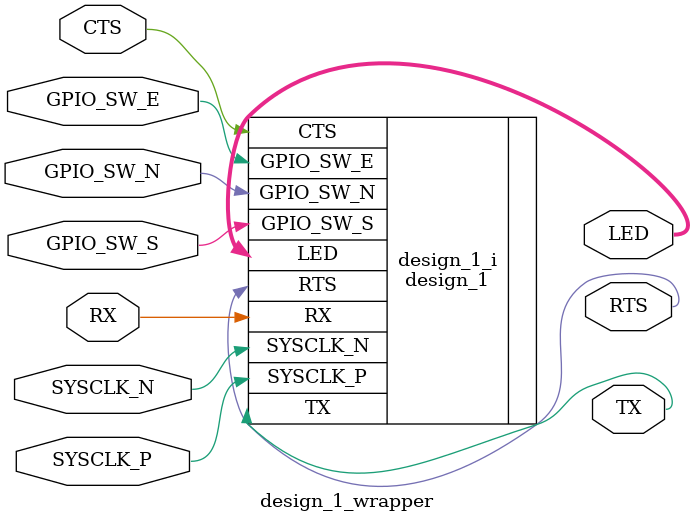
<source format=v>
`timescale 1 ps / 1 ps

module design_1_wrapper
   (CTS,
    GPIO_SW_E,
    GPIO_SW_N,
    GPIO_SW_S,
    LED,
    RTS,
    RX,
    SYSCLK_N,
    SYSCLK_P,
    TX);
  input CTS;
  input GPIO_SW_E;
  input GPIO_SW_N;
  input GPIO_SW_S;
  output [7:0]LED;
  output RTS;
  input RX;
  input SYSCLK_N;
  input SYSCLK_P;
  output TX;

  wire CTS;
  wire GPIO_SW_E;
  wire GPIO_SW_N;
  wire GPIO_SW_S;
  wire [7:0]LED;
  wire RTS;
  wire RX;
  wire SYSCLK_N;
  wire SYSCLK_P;
  wire TX;

  design_1 design_1_i
       (.CTS(CTS),
        .GPIO_SW_E(GPIO_SW_E),
        .GPIO_SW_N(GPIO_SW_N),
        .GPIO_SW_S(GPIO_SW_S),
        .LED(LED),
        .RTS(RTS),
        .RX(RX),
        .SYSCLK_N(SYSCLK_N),
        .SYSCLK_P(SYSCLK_P),
        .TX(TX));
endmodule

</source>
